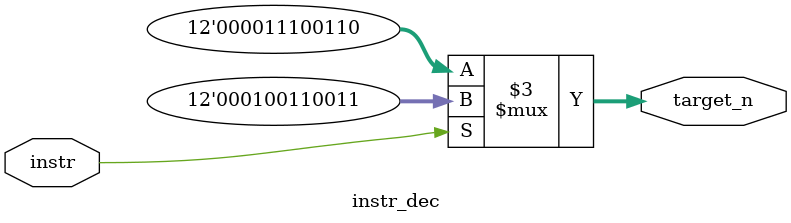
<source format=sv>
module motor_driver(input  logic clk, reset,
					input  logic [1:0] instr,
					output logic pwm);
	
	// Wire for enabling update of the instruction
	logic update_en;
	// 12 bits needed to reach 3072 for count and target.
	logic [11:0] count, target_n;
	// 2-bit instruction register.
	logic [1:0] instr_d;

	instr_dec id0(instr_d, target_n);

	// Define states:
	// S0: Pulse high. Cannot update instruction.
	// S1: Pulse low. Updating instruction.
	typedef enum logic {S0 = 1'b0, S1 = 1'b1} statetype; 
	statetype state, nextstate;

	always_ff@(posedge clk) begin
		if(reset) begin
			count <= 12'b0;
			state <= S0;
			instr_d <= 2'b11;
		end else begin
			if(count == 3071)
				count <= 12'b0;
			else
				count <= count + 12'b1;
			state <= nextstate;
			if(update_en)
				instr_d <= instr;
		end
	end

	always_comb
		case(state)
			// If we reached the target, transition.
			S0: if(count >= target_n - 1) nextstate = S1;
				else					nextstate = S0;
			
			S1: if(count >= 3071) nextstate = S0;
				else			  nextstate = S1;

			default: nextstate = S0;
		endcase
endmodule

module instr_dec(input  logic instr,
				 output logic [11:0] target_n);
	always_comb
		case(instr)
			// Appropriate count targets for forward, stop, back.
			// Back: PW = 1.0 ms, 154 cycles
			// Stop: PW = 1.5 ms, 230 cycles
			// Forward: PW = 2.0 ms, 307 cycles
			2'b10: target_n = 11'b10011010;
			2'b11: target_n = 11'b11100110;
			2'b01: target_n = 11'b100110011;
			// Default stop.
			default: target_n = 11'b11100110;
		endcase
endmodule
</source>
